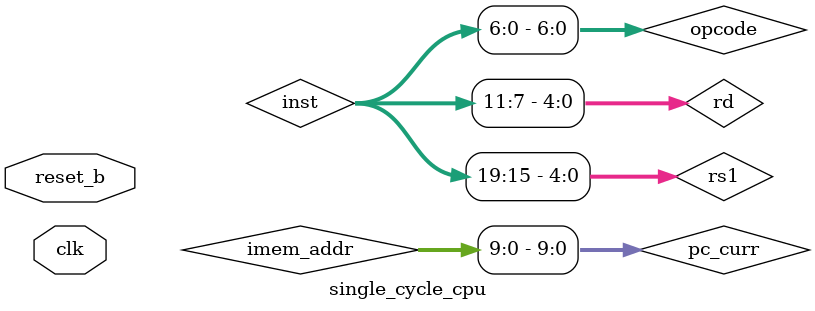
<source format=sv>
/* ********************************************
 *	COSE222 Lab #3
 *
 *	Module: top design of the single-cycle CPU (single_cycle_cpu.sv)
 *  - Top design of the single-cycle CPU
 *
 *  Author: Gunjae Koo (gunjaekoo@korea.ac.kr)
 *
 * ********************************************
 */

`timescale 1ns/1ps
`define FF 1    // Flip-flop delay for just better waveform view

module single_cycle_cpu
#(  parameter IMEM_DEPTH = 1024,    // imem depth (default: 1024 entries = 4 KB)
              IMEM_ADDR_WIDTH = 10,
              REG_WIDTH = 64,
              DMEM_DEPTH = 1024,    // dmem depth (default: 1024 entries = 8 KB)
              DMEM_ADDR_WIDTH = 10 )
(
    input           clk,            // System clock
    input           reset_b         // Asychronous negative reset
);

    // Wires for datapath elements
    logic   [IMEM_ADDR_WIDTH-1:0]   imem_addr;
    logic   [31:0]  inst;   // instructions = an output of ????

    logic   [4:0]   rs1, rs2, rd;    // register numbers
    logic   [REG_WIDTH-1:0] rd_din;
    logic           reg_write;
    logic   [REG_WIDTH-1:0] rs1_dout, rs2_dout;

    logic   [REG_WIDTH-1:0] alu_in1, alu_in2;
    logic   [3:0]   alu_control;    // ALU control signal
    logic   [REG_WIDTH-1:0] alu_result;
    logic           alu_zero;

    logic   [DMEM_ADDR_WIDTH-1:0]    dmem_addr;
    logic   [63:0]  dmem_din, dmem_dout;
    logic           mem_read, mem_write;

    // -------------------------------------------------------------------
    /* Main control unit:
     * Main control unit generates control signals for datapath elements
     * The control signals are determined by decoding instructions
     * Generating control signals using opcode = inst[6:0]
     */
    logic   [6:0]   opcode;
    logic           branch, alu_src, mem_to_reg;
    logic   [1:0]   alu_op;
    //logic         mem_read, mem_write, reg_write; // declared above

    // COMPLETE THE MAIN CONTROL UNIT HERE
    // beq 7'b1100011, lw 7'b0000011, sw 7'b0100011, r 7'b0110011

    assign opcode = inst[6:0];

    assign branch = (opcode == 7'b1100011);
    assign alu_src = (opcode == 7'b0000011 || opcode == 7'b0100011);
    assign mem_to_reg = (opcode == 7'b0000011);
    assign alu_op[0] = (opcode == 7'b1100011);
    assign alu_op[1] = (opcode == 7'b0110011);
    assign mem_read = (opcode == 7'b0000011);
    assign mem_write = (opcode == 7'b0100011);
    assign reg_write = (opcode == 7'b0110011 || opcode == 7'b0000011);

    // --------------------------------------------------------------------

    // --------------------------------------------------------------------
    /* ALU control unit:
     * ALU control unit generate alu_control signal which selects ALU operations
     * Generating control signals using alu_op, funct7, and funct3 fields
     */
    logic   [6:0]   funct7;
    logic   [2:0]   funct3;

    // COMPLETE THE ALU CONTROL UNIT HERE

    assign funct7 = inst[31:25];
    assign funct3 = inst[14:12];

    always_comb begin
        case (alu_op)
            2'b00: alu_control <= 4'b0010; // lw/sw (add)
            2'b01: alu_control <= 4'b0110; // beq (sub)
            default: case(funct3)
		3'b111: alu_control <= 4'b0000;
		3'b110: alu_control <= 4'b0001;
		default: case(funct7)
			7'b0000000: alu_control <= 4'b0010;
			7'b0100000: alu_control <= 4'b0110;
			default: alu_control <= 4'b0010; //?? base add
			endcase
		endcase
	endcase
    end

    // ---------------------------------------------------------------------


    // ---------------------------------------------------------------------
    /* Immediate generator:
     * Generating immediate value from inst[31:0]
     */
    logic   [63:0]  imm64;
    logic   [63:0]  imm64_branch;  // imm64 left shifted by 1
    logic   [11:0]  imm12;  // 12-bit immediate value extracted from inst

    // COMPLETE IMMEDIATE GENERATOR HERE

    assign imm12 = inst[31:20];

    always_comb begin
	case(opcode)
		7'b0000011: imm64 = {inst[31]? {20{1'b1}}:20'b0 , imm12};
		7'b0100011: imm64 = {inst[31]? 20'b1:20'b0 , inst[31:25], inst[11:7]};
		7'b1100011: imm64_branch = {inst[31]? 20'b1:20'b0 , inst[7], inst[30:25],inst[11:8],1'b0};
		default : imm64 = {32'b0};
	endcase
    end

    // ----------------------------------------------------------------------

    // Program counter
    logic   [63:0]  pc_curr, pc_next;
    logic   [63:0]  pc_next_plus4, pc_next_branch;

    assign pc_next_plus4 = pc_curr + 64'h4;    // FILL THIS

    always_ff @ (posedge clk or negedge reset_b) begin
        if (~reset_b) begin
            pc_curr <= 'b0;
        end else begin
            pc_curr <= pc_next;        // FILL THIS
        end
    end


    // MUXes:
    // COMPLETE MUXES HERE
    // PC_NEXT
    assign pc_next_branch = pc_curr + imm64_branch;   // FILL THIS

    logic sel_branch;
    assign sel_branch = (branch&&alu_zero);

    assign pc_next = (sel_branch == 1)? pc_next_branch : pc_next_plus4;
    // ALU inputs

	assign alu_in1 = rs1_dout;
	assign alu_in2 = (alu_src == 1)? imm64 : rs2_dout;

    // RF din
	assign rd_din = (mem_read == 1 && mem_to_reg == 1)? dmem_dout : alu_result;

    // COMPLETE CONNECTIONS HERE
    // imem
	assign imem_addr = pc_curr;


    // regfile
	assign rs1 = inst[19:15];
	assign rs2 = inst[24:20];
	assign rd = inst[11:7];
	
    // dmem

	assign dmem_addr = alu_result;
	assign dmem_din = (mem_write == 1)? rs2_dout : 'b0;

    // -----------------------------------------------------------------------
    /* Instantiation of datapath elements
     * All input/output ports should be connected
     */
    
    // IMEM
    imem #(
        .IMEM_DEPTH         (IMEM_DEPTH),
        .IMEM_ADDR_WIDTH    (IMEM_ADDR_WIDTH)
    ) u_imem_0 (
        .addr               ( imem_addr     ),
        .dout               ( inst          )
    );

    // REGFILE
    regfile #(
	.REG_WIDTH (REG_WIDTH) 
    ) u_regfile_0 (
	.clk (clk),
	.rs1 (rs1),
	.rs2 (rs2),
	.rd (rd),
	.rd_din (rd_din),
	.reg_write (reg_write),
	.rs1_dout (rs1_dout),
	.rs2_dout (rs2_dout)
);

    // ALU
    alu #(
	.REG_WIDTH (REG_WIDTH)
    ) u_alu_0 (
	.in1 (alu_in1),
	.in2 (alu_in2),
	.alu_control (alu_control),
	.result (alu_result),
	.zero (alu_zero)
);

    // DMEM
    dmem #(
	.DMEM_DEPTH (DMEM_DEPTH),
	.DMEM_ADDR_WIDTH (DMEM_ADDR_WIDTH)
    ) u_dmem_0 (
	.clk (clk),
	.addr (dmem_addr),
	.din (dmem_din),
	.mem_read (mem_read),
	.mem_write (mem_write),
	.dout (dmem_dout)
);

endmodule

</source>
